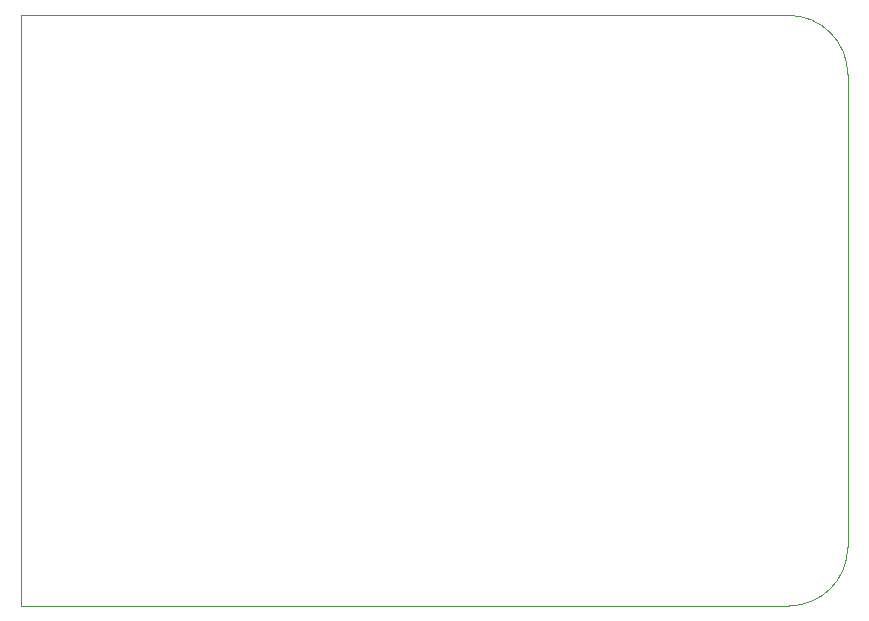
<source format=gm1>
%TF.GenerationSoftware,KiCad,Pcbnew,8.0.5*%
%TF.CreationDate,2024-10-17T22:46:51+07:00*%
%TF.ProjectId,beginer,62656769-6e65-4722-9e6b-696361645f70,1.0.0*%
%TF.SameCoordinates,Original*%
%TF.FileFunction,Profile,NP*%
%FSLAX46Y46*%
G04 Gerber Fmt 4.6, Leading zero omitted, Abs format (unit mm)*
G04 Created by KiCad (PCBNEW 8.0.5) date 2024-10-17 22:46:51*
%MOMM*%
%LPD*%
G01*
G04 APERTURE LIST*
%TA.AperFunction,Profile*%
%ADD10C,0.050000*%
%TD*%
G04 APERTURE END LIST*
D10*
X95000000Y-115000000D02*
X160000000Y-115000000D01*
X160000000Y-65000000D02*
G75*
G02*
X165000000Y-70000000I0J-5000000D01*
G01*
X165000000Y-70000000D02*
X165000000Y-110000000D01*
X160000000Y-65000000D02*
X95000000Y-65000000D01*
X165000000Y-110000000D02*
G75*
G02*
X160000000Y-115000000I-5000000J0D01*
G01*
X95000000Y-65000000D02*
X95000000Y-115000000D01*
M02*

</source>
